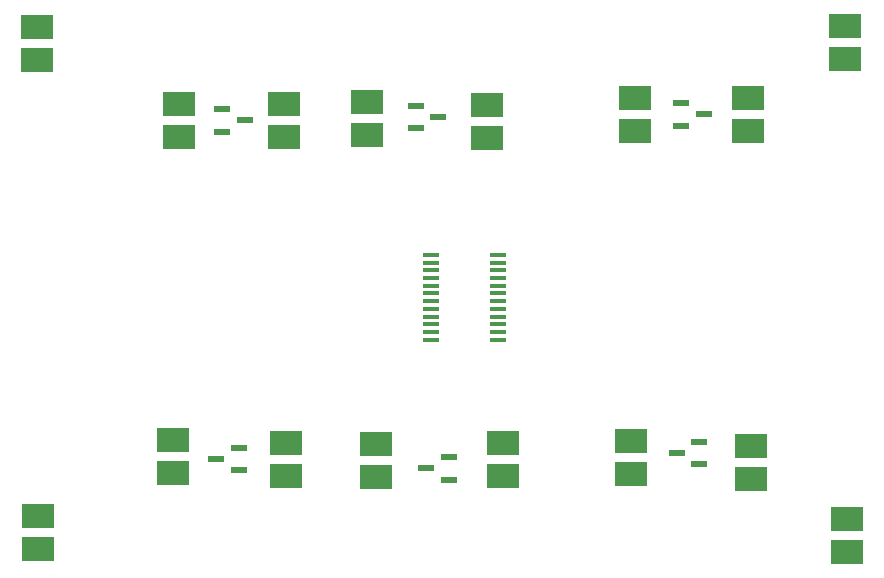
<source format=gtp>
G04 Layer_Color=8421504*
%FSLAX23Y23*%
%MOIN*%
G70*
G01*
G75*
%ADD10R,0.106X0.079*%
%ADD11R,0.058X0.014*%
%ADD12R,0.056X0.022*%
D10*
X2776Y5927D02*
D03*
Y5817D02*
D03*
X3126Y5817D02*
D03*
Y5927D02*
D03*
X3401Y5932D02*
D03*
Y5822D02*
D03*
X3801Y5812D02*
D03*
Y5922D02*
D03*
X4296Y5947D02*
D03*
Y5837D02*
D03*
X4671D02*
D03*
Y5947D02*
D03*
X4681Y4677D02*
D03*
Y4787D02*
D03*
X4281Y4802D02*
D03*
Y4692D02*
D03*
X3856Y4687D02*
D03*
Y4797D02*
D03*
X3431Y4792D02*
D03*
Y4682D02*
D03*
X3131Y4687D02*
D03*
Y4797D02*
D03*
X2756Y4807D02*
D03*
Y4697D02*
D03*
X5001Y4432D02*
D03*
Y4542D02*
D03*
X4996Y6187D02*
D03*
Y6077D02*
D03*
X2301Y6182D02*
D03*
Y6072D02*
D03*
X2306Y4442D02*
D03*
Y4552D02*
D03*
D11*
X3615Y5141D02*
D03*
Y5167D02*
D03*
Y5192D02*
D03*
Y5218D02*
D03*
Y5244D02*
D03*
Y5269D02*
D03*
Y5295D02*
D03*
Y5320D02*
D03*
Y5346D02*
D03*
Y5372D02*
D03*
Y5397D02*
D03*
Y5423D02*
D03*
X3837D02*
D03*
Y5397D02*
D03*
Y5372D02*
D03*
Y5346D02*
D03*
Y5320D02*
D03*
Y5295D02*
D03*
Y5269D02*
D03*
Y5244D02*
D03*
Y5218D02*
D03*
Y5192D02*
D03*
Y5167D02*
D03*
Y5141D02*
D03*
D12*
X2898Y4742D02*
D03*
X2974Y4780D02*
D03*
Y4705D02*
D03*
X3674Y4674D02*
D03*
Y4749D02*
D03*
X3598Y4712D02*
D03*
X4433Y4762D02*
D03*
X4509Y4799D02*
D03*
Y4725D02*
D03*
X4448Y5930D02*
D03*
Y5854D02*
D03*
X4524Y5892D02*
D03*
X3639Y5882D02*
D03*
X3563Y5845D02*
D03*
Y5919D02*
D03*
X2918Y5910D02*
D03*
Y5834D02*
D03*
X2994Y5872D02*
D03*
M02*

</source>
